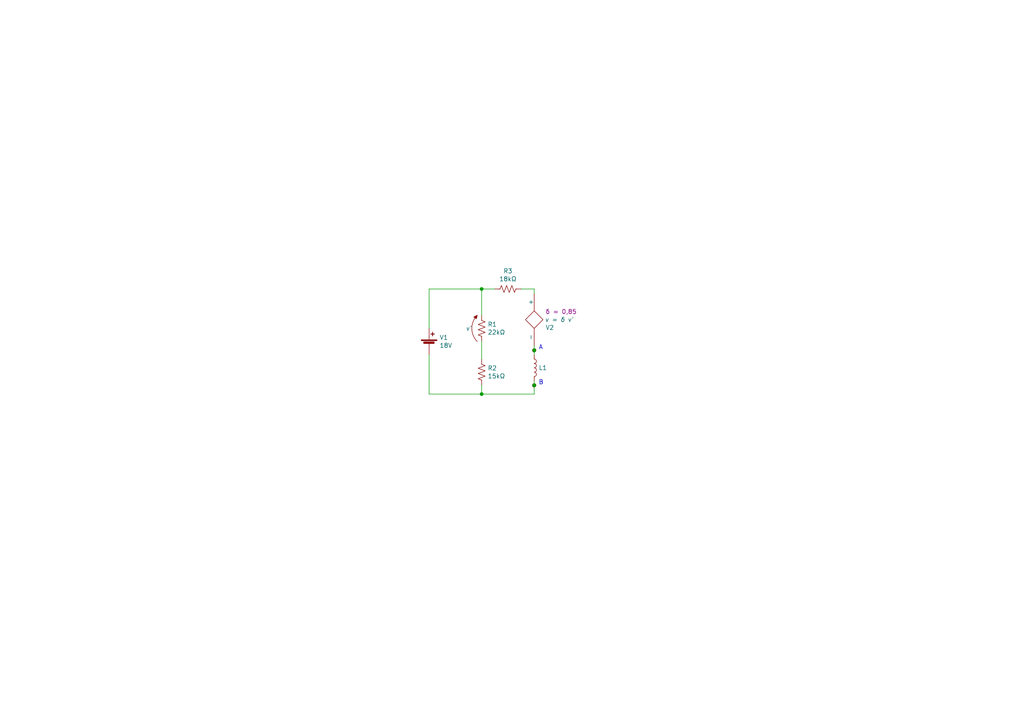
<source format=kicad_sch>
(kicad_sch (version 20211123) (generator eeschema)
  (paper "A4")
  (title_block (title "Questão 1 - P2/2021 - Noturno") (date "2021-11-15") (rev "0") (company "ETE103 - Fundamentos de Circuitos Analógicos"))
  (lib_symbols
    (symbol "Connector:TestPoint_Small" (pin_numbers hide) (pin_names (offset 0.762) hide)
      (property "Reference" "TP" (at 0 3.81 0))
      (property "Value" "TestPoint_Small" (at 0 2.032 0))
      (symbol "TestPoint_Small_0_1"
        (circle (center 0 0) (radius 0.508))
      )
      (symbol "TestPoint_Small_1_1"
        (pin passive line (at 0 0 90) (length 0) (name "1") (number "1"))
      )
    )
    (symbol "Device:Battery_Cell" (pin_numbers hide) (pin_names (offset 0) hide)
      (property "Reference" "BT" (at 2.54 2.54 0))
      (property "Value" "Battery_Cell" (at 2.54 0 0))
      (symbol "Battery_Cell_0_1"
        (rectangle (start -2.286 1.778) (end 2.286 1.524) (fill (type outline)))
        (rectangle (start -1.5748 1.1938) (end 1.4732 0.6858) (fill (type outline)))
        (polyline (pts (xy 0 0.762) (xy 0 0)))
        (polyline (pts (xy 0 1.778) (xy 0 2.54)))
        (polyline (pts (xy 0.508 3.429) (xy 1.524 3.429)) (stroke (width 0.254)))
        (polyline (pts (xy 1.016 3.937) (xy 1.016 2.921)) (stroke (width 0.254)))
      )
      (symbol "Battery_Cell_1_1"
        (pin passive line (at 0 5.08 270) (length 2.54) (name "+") (number "1"))
        (pin passive line (at 0 -2.54 90) (length 2.54) (name "-") (number "2"))
      )
    )
    (symbol "Device:L" (pin_numbers hide) (pin_names (offset 1.016) hide)
      (property "Reference" "L" (at -1.27 0 90))
      (property "Value" "L" (at 1.905 0 90))
      (symbol "L_0_1"
        (arc (start 0 -2.54) (mid 0.635 -1.905) (end 0 -1.27))
        (arc (start 0 -1.27) (mid 0.635 -0.635) (end 0 0))
        (arc (start 0 0) (mid 0.635 0.635) (end 0 1.27))
        (arc (start 0 1.27) (mid 0.635 1.905) (end 0 2.54))
      )
      (symbol "L_1_1"
        (pin passive line (at 0 3.81 270) (length 1.27) (name "1") (number "1"))
        (pin passive line (at 0 -3.81 90) (length 1.27) (name "2") (number "2"))
      )
    )
    (symbol "Device:R_US" (pin_numbers hide) (pin_names (offset 0))
      (property "Reference" "R" (at 2.54 0 90))
      (property "Value" "R_US" (at -2.54 0 90))
      (symbol "R_US_0_1"
        (polyline (pts (xy 0 -2.286) (xy 0 -2.54)))
        (polyline (pts (xy 0 2.286) (xy 0 2.54)))
        (polyline (pts (xy 0 -0.762) (xy 1.016 -1.143) (xy 0 -1.524) (xy -1.016 -1.905) (xy 0 -2.286)))
        (polyline (pts (xy 0 0.762) (xy 1.016 0.381) (xy 0 0) (xy -1.016 -0.381) (xy 0 -0.762)))
        (polyline (pts (xy 0 2.286) (xy 1.016 1.905) (xy 0 1.524) (xy -1.016 1.143) (xy 0 0.762)))
      )
      (symbol "R_US_1_1"
        (pin passive line (at 0 3.81 270) (length 1.27) (name "~") (number "1"))
        (pin passive line (at 0 -3.81 90) (length 1.27) (name "~") (number "2"))
      )
    )
    (symbol "Personalizados:seta_tensao_longa" (pin_names (offset 1.016))
      (property "Reference" "V" (at -2.54 0 0))
      (symbol "seta_tensao_longa_0_1"
        (polyline (pts (xy 0 3.81) (xy -1.016 3.302) (xy -0.254 2.794) (xy 0 3.81)) (fill (type outline)))
        (arc (start 0 3.81) (mid -1.5782 0) (end 0 -3.81))
      )
    )
    (symbol "teorema-de-thevenin-rescue:fonte_tensao_dep-Pessoal" (pin_numbers hide) (pin_names (offset 0))
      (property "Reference" "V" (at 3.81 0 0))
      (property "Value" "fonte_tensao_dep-Pessoal" (at -3.81 -0.635 90))
      (symbol "fonte_tensao_dep-Pessoal_0_1"
        (polyline (pts (xy 0 2.54) (xy -2.54 0) (xy 0 -2.54) (xy 2.54 0) (xy 0 2.54)))
      )
      (symbol "fonte_tensao_dep-Pessoal_1_1"
        (pin passive line (at 0 7.62 270) (length 5.08) (name "+") (number "1"))
        (pin passive line (at 0 -7.62 90) (length 5.08) (name "-") (number "2"))
      )
    )
  )
  (junction (at 154.94 101.6))
  (junction (at 139.7 114.3))
  (junction (at 139.7 83.82))
  (junction (at 154.94 111.76))
  (wire (pts (xy 139.7 99.06) (xy 139.7 104.14)))
  (wire (pts (xy 139.7 91.44) (xy 139.7 83.82)))
  (wire (pts (xy 154.94 101.6) (xy 154.94 102.87)))
  (wire (pts (xy 154.94 83.82) (xy 154.94 85.09)))
  (wire (pts (xy 154.94 110.49) (xy 154.94 111.76)))
  (wire (pts (xy 124.46 83.82) (xy 139.7 83.82)))
  (wire (pts (xy 154.94 111.76) (xy 154.94 114.3)))
  (wire (pts (xy 124.46 114.3) (xy 124.46 102.87)))
  (wire (pts (xy 139.7 111.76) (xy 139.7 114.3)))
  (wire (pts (xy 151.13 83.82) (xy 154.94 83.82)))
  (wire (pts (xy 124.46 95.25) (xy 124.46 83.82)))
  (wire (pts (xy 154.94 100.33) (xy 154.94 101.6)))
  (wire (pts (xy 139.7 114.3) (xy 124.46 114.3)))
  (wire (pts (xy 139.7 83.82) (xy 143.51 83.82)))
  (wire (pts (xy 154.94 114.3) (xy 139.7 114.3)))
  (text "B" (at 156.21 111.76 0) (effects (font (size 1.27 1.27)) (justify left bottom)))
  (text "A" (at 156.21 101.6 0) (effects (font (size 1.27 1.27)) (justify left bottom)))
  (symbol (lib_id "Device:Battery_Cell") (at 124.46 100.33 0) (unit 1)
    (property "Reference" "V1" (at 127.4572 97.8916 0) (effects (justify left)))
    (property "Value" "18V" (at 127.4572 100.203 0) (effects (justify left)))
  )
  (symbol (lib_id "Device:R_US") (at 139.7 95.25 180) (unit 1)
    (property "Reference" "R1" (at 141.4272 94.0816 0) (effects (justify right)))
    (property "Value" "22kΩ" (at 141.4272 96.393 0) (effects (justify right)))
  )
  (symbol (lib_id "Device:R_US") (at 139.7 107.95 180) (unit 1)
    (property "Reference" "R2" (at 141.4272 106.7816 0) (effects (justify right)))
    (property "Value" "15kΩ" (at 141.4272 109.093 0) (effects (justify right)))
  )
  (symbol (lib_id "teorema-de-thevenin-rescue:fonte_tensao_dep-Pessoal") (at 154.94 92.71 0) (mirror y) (unit 1)
    (property "Reference" "V2" (at 158.1912 95.0214 0) (effects (justify right)))
    (property "Value" "v = δ v'" (at 158.1912 92.71 0) (effects (font italic) (justify right)))
    (property "Observação" "δ = 0,85" (at 158.1912 90.3986 0) (effects (justify right)))
  )
  (symbol (lib_id "Device:R_US") (at 147.32 83.82 90) (unit 1)
    (property "Reference" "R3" (at 147.32 78.613 90))
    (property "Value" "18kΩ" (at 147.32 80.9244 90))
  )
  (symbol (lib_id "Connector:TestPoint_Small") (at 154.94 111.76 0) (unit 1)
    (property "Reference" "TP?" (effects hide))
    (property "Value" "TestPoint_Small" (effects hide))
  )
  (symbol (lib_id "Device:L") (at 154.94 106.68 0) (unit 1)
    (property "Reference" "L1" (at 156.21 106.68 0) (effects (justify left)))
    (property "Value" "L" (effects hide))
  )
  (symbol (lib_id "Personalizados:seta_tensao_longa") (at 138.43 95.25 0) (unit 1)
    (property "Reference" "V3" (effects hide))
    (property "Value" "v'" (at 135.89 95.25 0) (effects (font italic)))
  )
  (symbol (lib_id "Connector:TestPoint_Small") (at 154.94 101.6 0) (unit 1)
    (property "Reference" "TP?" (effects hide))
    (property "Value" "TestPoint_Small" (effects hide))
  )
)
</source>
